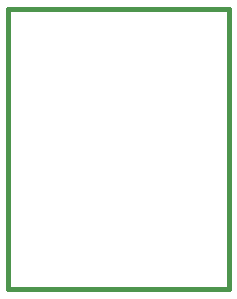
<source format=gm1>
G04 Layer_Color=16711935*
%FSLAX25Y25*%
%MOIN*%
G70*
G01*
G75*
%ADD29C,0.01575*%
D29*
X620079Y241142D02*
X546260D01*
Y147638D02*
Y241142D01*
X620079Y147638D02*
X546260D01*
X620079D02*
Y241142D01*
M02*

</source>
